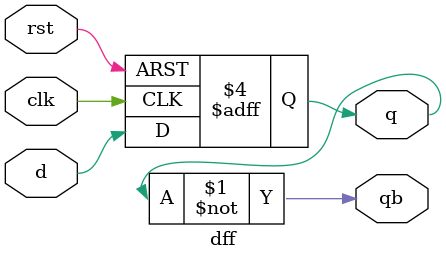
<source format=v>
module dff (input d,clk,rst, output reg q, output qb);
assign qb=~q;
always @(posedge clk or negedge rst)
begin
if(~rst)
q<=0;		//active low reset
else
q<=d;
end
endmodule
</source>
